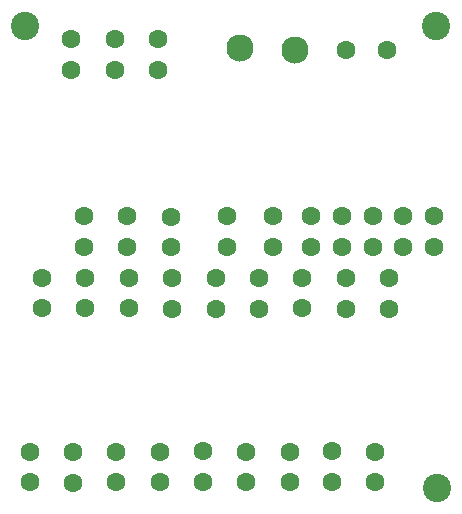
<source format=gbr>
%TF.GenerationSoftware,KiCad,Pcbnew,9.0.0*%
%TF.CreationDate,2025-03-10T21:20:54+01:00*%
%TF.ProjectId,connecteur,636f6e6e-6563-4746-9575-722e6b696361,rev?*%
%TF.SameCoordinates,Original*%
%TF.FileFunction,Soldermask,Top*%
%TF.FilePolarity,Negative*%
%FSLAX46Y46*%
G04 Gerber Fmt 4.6, Leading zero omitted, Abs format (unit mm)*
G04 Created by KiCad (PCBNEW 9.0.0) date 2025-03-10 21:20:54*
%MOMM*%
%LPD*%
G01*
G04 APERTURE LIST*
%ADD10C,1.600000*%
%ADD11C,2.400000*%
%ADD12C,2.300000*%
G04 APERTURE END LIST*
D10*
%TO.C,J8*%
X176950000Y-103620000D03*
%TD*%
%TO.C,J25*%
X169640000Y-103630000D03*
%TD*%
D11*
%TO.C,H3*%
X184650000Y-121380000D03*
%TD*%
D10*
%TO.C,J74*%
X176630000Y-101020000D03*
%TD*%
%TO.C,J3*%
X175800000Y-118290000D03*
%TD*%
%TO.C,J9*%
X180640000Y-103620000D03*
%TD*%
%TO.C,J36*%
X157420000Y-86010000D03*
%TD*%
%TO.C,J49*%
X154770000Y-98410000D03*
%TD*%
%TO.C,J1*%
X179480000Y-120940000D03*
%TD*%
D11*
%TO.C,H1*%
X149820000Y-82340000D03*
%TD*%
D10*
%TO.C,J7*%
X184430000Y-101020000D03*
%TD*%
D12*
%TO.C,J27*%
X168050000Y-84200000D03*
%TD*%
D10*
%TO.C,J41*%
X170770000Y-98400000D03*
%TD*%
%TO.C,J34*%
X174030000Y-101010000D03*
%TD*%
%TO.C,J73*%
X154760000Y-101010000D03*
%TD*%
%TO.C,J68*%
X151220000Y-106210000D03*
%TD*%
%TO.C,J17*%
X161210000Y-118340000D03*
%TD*%
D12*
%TO.C,J50*%
X172700000Y-84300000D03*
%TD*%
D10*
%TO.C,J23*%
X176950000Y-84350000D03*
%TD*%
D11*
%TO.C,H2*%
X184640000Y-82280000D03*
%TD*%
D10*
%TO.C,J40*%
X153710000Y-83390000D03*
%TD*%
%TO.C,J65*%
X179230000Y-101020000D03*
%TD*%
%TO.C,J63*%
X151220000Y-103610000D03*
%TD*%
%TO.C,J42*%
X170770000Y-101000000D03*
%TD*%
%TO.C,J76*%
X181830000Y-101020000D03*
%TD*%
%TO.C,J69*%
X154910000Y-106210000D03*
%TD*%
%TO.C,J46*%
X176630000Y-98410000D03*
%TD*%
%TO.C,J5*%
X172230000Y-118340000D03*
%TD*%
%TO.C,J14*%
X161100000Y-83400000D03*
%TD*%
%TO.C,J60*%
X168550000Y-118340000D03*
%TD*%
%TO.C,J6*%
X162280000Y-103640000D03*
%TD*%
%TO.C,J51*%
X162140000Y-101040000D03*
%TD*%
%TO.C,J77*%
X180450000Y-84300000D03*
%TD*%
%TO.C,J75*%
X184430000Y-98420000D03*
%TD*%
%TO.C,J2*%
X169640000Y-106240000D03*
%TD*%
%TO.C,J53*%
X162140000Y-98440000D03*
%TD*%
%TO.C,J58*%
X153840000Y-118360000D03*
%TD*%
%TO.C,J47*%
X157470000Y-118330000D03*
%TD*%
%TO.C,J29*%
X165960000Y-106220000D03*
%TD*%
%TO.C,J12*%
X176950000Y-106230000D03*
%TD*%
%TO.C,J38*%
X166950000Y-101010000D03*
%TD*%
%TO.C,J39*%
X161100000Y-86000000D03*
%TD*%
%TO.C,J59*%
X150190000Y-118350000D03*
%TD*%
%TO.C,J52*%
X158460000Y-101010000D03*
%TD*%
%TO.C,J37*%
X166940000Y-98410000D03*
%TD*%
%TO.C,J48*%
X158460000Y-98400000D03*
%TD*%
%TO.C,J43*%
X157410000Y-83400000D03*
%TD*%
%TO.C,J21*%
X179480000Y-118340000D03*
%TD*%
%TO.C,J55*%
X179230000Y-98420000D03*
%TD*%
%TO.C,J61*%
X157490000Y-120950000D03*
%TD*%
%TO.C,J22*%
X165960000Y-103620000D03*
%TD*%
%TO.C,J44*%
X150190000Y-120950000D03*
%TD*%
%TO.C,J18*%
X168550000Y-120940000D03*
%TD*%
%TO.C,J30*%
X161210000Y-120940000D03*
%TD*%
%TO.C,J45*%
X180640000Y-106230000D03*
%TD*%
%TO.C,J56*%
X158600000Y-106210000D03*
%TD*%
%TO.C,J72*%
X174030000Y-98400000D03*
%TD*%
%TO.C,J70*%
X172230000Y-120940000D03*
%TD*%
%TO.C,J15*%
X153720000Y-86000000D03*
%TD*%
%TO.C,J66*%
X154910000Y-103610000D03*
%TD*%
%TO.C,J62*%
X153840000Y-120960000D03*
%TD*%
%TO.C,J19*%
X164860000Y-120910000D03*
%TD*%
%TO.C,J4*%
X175800000Y-120900000D03*
%TD*%
%TO.C,J11*%
X173260000Y-106210000D03*
%TD*%
%TO.C,J16*%
X164860000Y-118300000D03*
%TD*%
%TO.C,J26*%
X162280000Y-106240000D03*
%TD*%
%TO.C,J64*%
X181830000Y-98420000D03*
%TD*%
%TO.C,J67*%
X158600000Y-103610000D03*
%TD*%
%TO.C,J20*%
X173270000Y-103610000D03*
%TD*%
M02*

</source>
